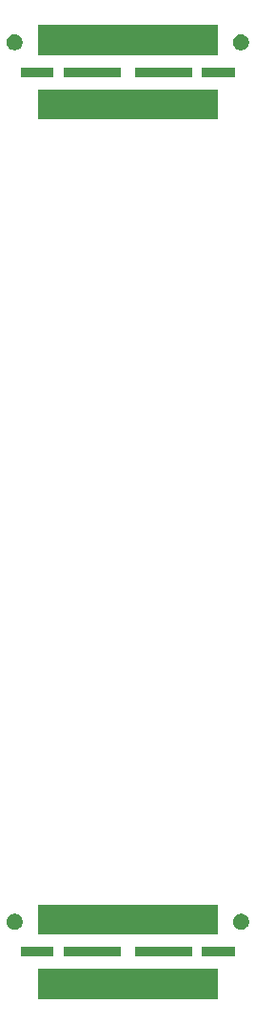
<source format=gbr>
G04 #@! TF.GenerationSoftware,KiCad,Pcbnew,5.0.2-bee76a0~70~ubuntu18.04.1*
G04 #@! TF.CreationDate,2019-05-09T10:06:10+02:00*
G04 #@! TF.ProjectId,breadboard,62726561-6462-46f6-9172-642e6b696361,rev?*
G04 #@! TF.SameCoordinates,Original*
G04 #@! TF.FileFunction,Soldermask,Bot*
G04 #@! TF.FilePolarity,Negative*
%FSLAX46Y46*%
G04 Gerber Fmt 4.6, Leading zero omitted, Abs format (unit mm)*
G04 Created by KiCad (PCBNEW 5.0.2-bee76a0~70~ubuntu18.04.1) date jeu. 09 mai 2019 10:06:10 CEST*
%MOMM*%
%LPD*%
G01*
G04 APERTURE LIST*
%ADD10C,0.100000*%
G04 APERTURE END LIST*
D10*
G36*
X119756017Y-147176027D02*
X103746017Y-147176027D01*
X103746017Y-144506027D01*
X119756017Y-144506027D01*
X119756017Y-147176027D01*
X119756017Y-147176027D01*
G37*
G36*
X121286017Y-143391027D02*
X118346017Y-143391027D01*
X118346017Y-142561027D01*
X121286017Y-142561027D01*
X121286017Y-143391027D01*
X121286017Y-143391027D01*
G37*
G36*
X105156017Y-143391027D02*
X102216017Y-143391027D01*
X102216017Y-142561027D01*
X105156017Y-142561027D01*
X105156017Y-143391027D01*
X105156017Y-143391027D01*
G37*
G36*
X117476017Y-143391027D02*
X112376017Y-143391027D01*
X112376017Y-142561027D01*
X117476017Y-142561027D01*
X117476017Y-143391027D01*
X117476017Y-143391027D01*
G37*
G36*
X111126017Y-143391027D02*
X106026017Y-143391027D01*
X106026017Y-142561027D01*
X111126017Y-142561027D01*
X111126017Y-143391027D01*
X111126017Y-143391027D01*
G37*
G36*
X119756017Y-141446027D02*
X103746017Y-141446027D01*
X103746017Y-138776027D01*
X119756017Y-138776027D01*
X119756017Y-141446027D01*
X119756017Y-141446027D01*
G37*
G36*
X122023116Y-139623312D02*
X122152328Y-139676833D01*
X122268618Y-139754536D01*
X122367508Y-139853426D01*
X122445211Y-139969716D01*
X122498732Y-140098928D01*
X122526017Y-140236099D01*
X122526017Y-140375955D01*
X122498732Y-140513126D01*
X122445211Y-140642338D01*
X122367508Y-140758628D01*
X122268618Y-140857518D01*
X122152328Y-140935221D01*
X122023116Y-140988742D01*
X121885946Y-141016027D01*
X121746088Y-141016027D01*
X121608918Y-140988742D01*
X121479706Y-140935221D01*
X121363416Y-140857518D01*
X121264526Y-140758628D01*
X121186823Y-140642338D01*
X121133302Y-140513126D01*
X121106017Y-140375955D01*
X121106017Y-140236099D01*
X121133302Y-140098928D01*
X121186823Y-139969716D01*
X121264526Y-139853426D01*
X121363416Y-139754536D01*
X121479706Y-139676833D01*
X121608918Y-139623312D01*
X121746088Y-139596027D01*
X121885946Y-139596027D01*
X122023116Y-139623312D01*
X122023116Y-139623312D01*
G37*
G36*
X101893116Y-139623312D02*
X102022328Y-139676833D01*
X102138618Y-139754536D01*
X102237508Y-139853426D01*
X102315211Y-139969716D01*
X102368732Y-140098928D01*
X102396017Y-140236099D01*
X102396017Y-140375955D01*
X102368732Y-140513126D01*
X102315211Y-140642338D01*
X102237508Y-140758628D01*
X102138618Y-140857518D01*
X102022328Y-140935221D01*
X101893116Y-140988742D01*
X101755946Y-141016027D01*
X101616088Y-141016027D01*
X101478918Y-140988742D01*
X101349706Y-140935221D01*
X101233416Y-140857518D01*
X101134526Y-140758628D01*
X101056823Y-140642338D01*
X101003302Y-140513126D01*
X100976017Y-140375955D01*
X100976017Y-140236099D01*
X101003302Y-140098928D01*
X101056823Y-139969716D01*
X101134526Y-139853426D01*
X101233416Y-139754536D01*
X101349706Y-139676833D01*
X101478918Y-139623312D01*
X101616088Y-139596027D01*
X101755946Y-139596027D01*
X101893116Y-139623312D01*
X101893116Y-139623312D01*
G37*
G36*
X119756017Y-69076027D02*
X103746017Y-69076027D01*
X103746017Y-66406027D01*
X119756017Y-66406027D01*
X119756017Y-69076027D01*
X119756017Y-69076027D01*
G37*
G36*
X111126017Y-65291027D02*
X106026017Y-65291027D01*
X106026017Y-64461027D01*
X111126017Y-64461027D01*
X111126017Y-65291027D01*
X111126017Y-65291027D01*
G37*
G36*
X121286017Y-65291027D02*
X118346017Y-65291027D01*
X118346017Y-64461027D01*
X121286017Y-64461027D01*
X121286017Y-65291027D01*
X121286017Y-65291027D01*
G37*
G36*
X105156017Y-65291027D02*
X102216017Y-65291027D01*
X102216017Y-64461027D01*
X105156017Y-64461027D01*
X105156017Y-65291027D01*
X105156017Y-65291027D01*
G37*
G36*
X117476017Y-65291027D02*
X112376017Y-65291027D01*
X112376017Y-64461027D01*
X117476017Y-64461027D01*
X117476017Y-65291027D01*
X117476017Y-65291027D01*
G37*
G36*
X119756017Y-63346027D02*
X103746017Y-63346027D01*
X103746017Y-60676027D01*
X119756017Y-60676027D01*
X119756017Y-63346027D01*
X119756017Y-63346027D01*
G37*
G36*
X122023116Y-61523312D02*
X122152328Y-61576833D01*
X122268618Y-61654536D01*
X122367508Y-61753426D01*
X122445211Y-61869716D01*
X122498732Y-61998928D01*
X122526017Y-62136099D01*
X122526017Y-62275955D01*
X122498732Y-62413126D01*
X122445211Y-62542338D01*
X122367508Y-62658628D01*
X122268618Y-62757518D01*
X122152328Y-62835221D01*
X122023116Y-62888742D01*
X121885946Y-62916027D01*
X121746088Y-62916027D01*
X121608918Y-62888742D01*
X121479706Y-62835221D01*
X121363416Y-62757518D01*
X121264526Y-62658628D01*
X121186823Y-62542338D01*
X121133302Y-62413126D01*
X121106017Y-62275955D01*
X121106017Y-62136099D01*
X121133302Y-61998928D01*
X121186823Y-61869716D01*
X121264526Y-61753426D01*
X121363416Y-61654536D01*
X121479706Y-61576833D01*
X121608918Y-61523312D01*
X121746088Y-61496027D01*
X121885946Y-61496027D01*
X122023116Y-61523312D01*
X122023116Y-61523312D01*
G37*
G36*
X101893116Y-61523312D02*
X102022328Y-61576833D01*
X102138618Y-61654536D01*
X102237508Y-61753426D01*
X102315211Y-61869716D01*
X102368732Y-61998928D01*
X102396017Y-62136099D01*
X102396017Y-62275955D01*
X102368732Y-62413126D01*
X102315211Y-62542338D01*
X102237508Y-62658628D01*
X102138618Y-62757518D01*
X102022328Y-62835221D01*
X101893116Y-62888742D01*
X101755946Y-62916027D01*
X101616088Y-62916027D01*
X101478918Y-62888742D01*
X101349706Y-62835221D01*
X101233416Y-62757518D01*
X101134526Y-62658628D01*
X101056823Y-62542338D01*
X101003302Y-62413126D01*
X100976017Y-62275955D01*
X100976017Y-62136099D01*
X101003302Y-61998928D01*
X101056823Y-61869716D01*
X101134526Y-61753426D01*
X101233416Y-61654536D01*
X101349706Y-61576833D01*
X101478918Y-61523312D01*
X101616088Y-61496027D01*
X101755946Y-61496027D01*
X101893116Y-61523312D01*
X101893116Y-61523312D01*
G37*
M02*

</source>
